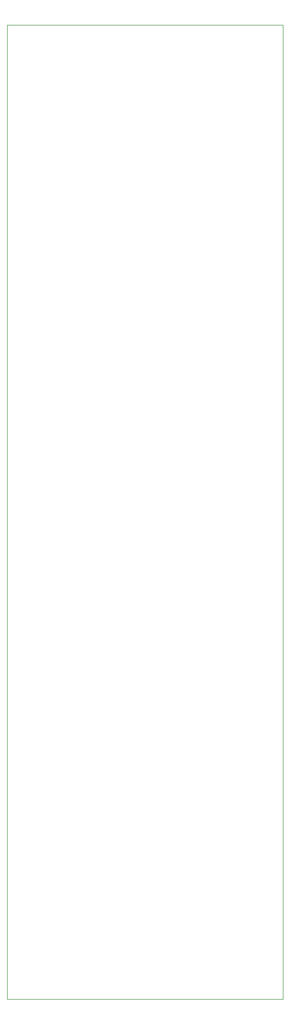
<source format=gm1>
G04 #@! TF.GenerationSoftware,KiCad,Pcbnew,8.0.4*
G04 #@! TF.CreationDate,2024-09-09T15:41:01+02:00*
G04 #@! TF.ProjectId,dmx_to_pwm,646d785f-746f-45f7-9077-6d2e6b696361,rev?*
G04 #@! TF.SameCoordinates,Original*
G04 #@! TF.FileFunction,Profile,NP*
%FSLAX46Y46*%
G04 Gerber Fmt 4.6, Leading zero omitted, Abs format (unit mm)*
G04 Created by KiCad (PCBNEW 8.0.4) date 2024-09-09 15:41:01*
%MOMM*%
%LPD*%
G01*
G04 APERTURE LIST*
G04 #@! TA.AperFunction,Profile*
%ADD10C,0.100000*%
G04 #@! TD*
G04 APERTURE END LIST*
D10*
X113330000Y-184860000D02*
X67330000Y-184860000D01*
X67330000Y-22570000D01*
X113330000Y-22570000D01*
X113330000Y-184860000D01*
M02*

</source>
